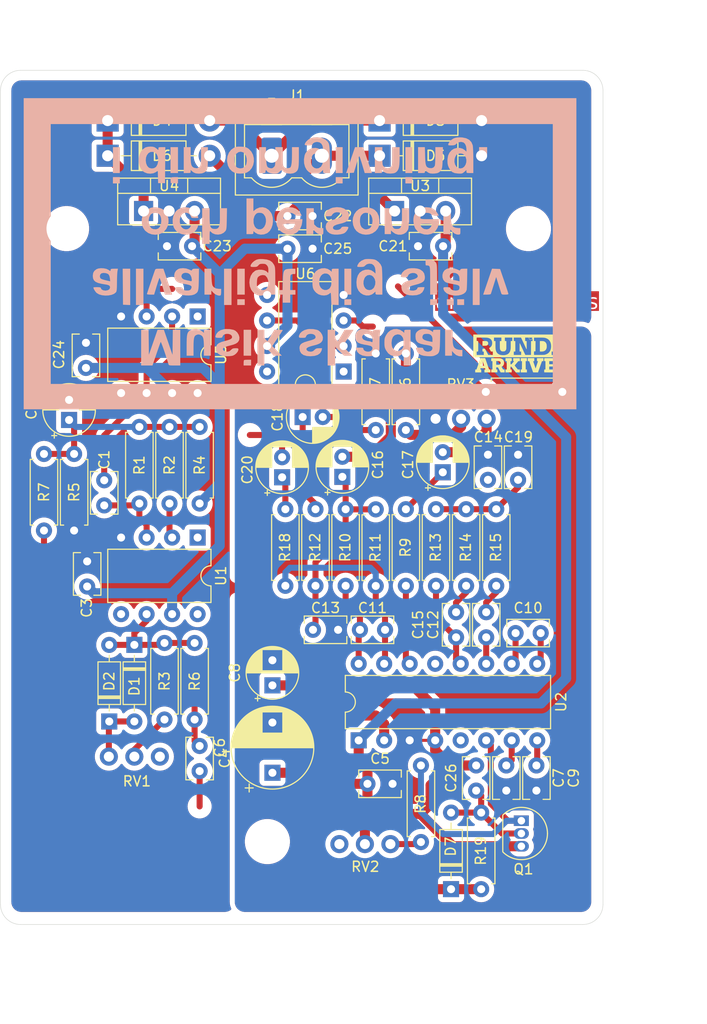
<source format=kicad_pcb>
(kicad_pcb (version 20241229) (generator "pcbnew") (generator_version "9.0")
  (layers (0 "F.Cu" signal) (2 "B.Cu" signal) (13 "F.Paste" user) (15 "B.Paste" user) (5 "F.SilkS" user "F.Silkscreen") (7 "B.SilkS" user "B.Silkscreen") (1 "F.Mask" user) (3 "B.Mask" user) (25 "Edge.Cuts" user))
  (net 0 "")
  (net 1 "Net-(U1-+)")
  (net 2 "/Fuzz/Input")
  (net 3 "Net-(C2-Pad1)")
  (net 4 "GND")
  (net 5 "+9V")
  (net 6 "/Fuzz/Output")
  (net 7 "Net-(C4-Pad2)")
  (net 8 "AGND")
  (net 9 "+5V")
  (net 10 "Net-(U2-CC1)")
  (net 11 "Net-(U2-REF)")
  (net 12 "Net-(U2-CC0)")
  (net 13 "Net-(U2-OP1-OUT)")
  (net 14 "Net-(U2-OP1-IN)")
  (net 15 "Net-(U2-LPF1-OUT)")
  (net 16 "Net-(U2-LPF1-IN)")
  (net 17 "Net-(U2-OP2-IN)")
  (net 18 "Net-(C12-Pad2)")
  (net 19 "Net-(C13-Pad2)")
  (net 20 "Net-(C14-Pad2)")
  (net 21 "Net-(U2-OP2-OUT)")
  (net 22 "Net-(C15-Pad1)")
  (net 23 "Net-(C16-Pad2)")
  (net 24 "Net-(C17-Pad2)")
  (net 25 "Net-(C18-Pad1)")
  (net 26 "/Echo/Input")
  (net 27 "Net-(C19-Pad1)")
  (net 28 "/Echo/Output")
  (net 29 "Net-(C20-Pad1)")
  (net 30 "Net-(D4-K)")
  (net 31 "Net-(D1-K)")
  (net 32 "Net-(D1-A)")
  (net 33 "/Power management/POW+")
  (net 34 "/Power management/POW-")
  (net 35 "Net-(U1--)")
  (net 36 "Net-(R3-Pad2)")
  (net 37 "Net-(R8-Pad1)")
  (net 38 "Net-(D7-A)")
  (net 39 "Net-(U2-LPF2-OUT)")
  (net 40 "Net-(R16-Pad1)")
  (net 50 "/Input buffer 1/Input")
  (net 53 "/Input buffer 2/Input")
  (net 56 "Net-(Q1-C)")
  (footprint "Capacitor_THT:C_Rect_L4.0mm_W2.5mm_P2.50mm" (layer "F.Cu") (at 67.965 80.175001 180)
    (property "Reference" "C11")
    (property "Value" "560pF")
  )
  (footprint "Potentiometer_THT:Potentiometer_Vishay_148-149_Single_Horizontal" (layer "F.Cu") (at 45.54 92.795001 90)
    (property "Reference" "RV1")
    (property "Value" "B50K")
  )
  (footprint "Resistor_THT:R_Axial_DIN0207_L6.3mm_D2.5mm_P7.62mm_Horizontal" (layer "F.Cu") (at 70.04 60.295001 90)
    (property "Reference" "R16")
    (property "Value" "10k")
  )
  (footprint "Capacitor_THT:C_Rect_L4.0mm_W2.5mm_P2.50mm" (layer "F.Cu") (at 73.75 42 180)
    (property "Reference" "C21")
    (property "Value" "330pF")
  )
  (footprint "Resistor_THT:R_Axial_DIN0207_L6.3mm_D2.5mm_P7.62mm_Horizontal" (layer "F.Cu") (at 64.04 75.795001 90)
    (property "Reference" "R10")
    (property "Value" "10k")
  )
  (footprint "Capacitor_THT:C_Rect_L4.0mm_W2.5mm_P2.50mm" (layer "F.Cu") (at 78.04 80.925001 90)
    (property "Reference" "C12")
    (property "Value" "100nF")
  )
  (footprint "Resistor_THT:R_Axial_DIN0207_L6.3mm_D2.5mm_P7.62mm_Horizontal" (layer "F.Cu") (at 67.04 75.810001 90)
    (property "Reference" "R11")
    (property "Value" "10k")
  )
  (footprint "Resistor_THT:R_Axial_DIN0207_L6.3mm_D2.5mm_P7.62mm_Horizontal" (layer "F.Cu") (at 71.54 101.295001 90)
    (property "Reference" "R8")
    (property "Value" "10k")
  )
  (footprint "MountingHole:MountingHole_4mm" (layer "F.Cu") (at 82.25 40.25)
    (property "Reference" "REF**" (hide yes))
    (property "Value" "MountingHole_4mm" (hide yes))
  )
  (footprint "Capacitor_THT:C_Rect_L4.0mm_W2.5mm_P2.50mm" (layer "F.Cu") (at 83.04 93.675001 -90)
    (property "Reference" "C9")
    (property "Value" "100nF")
  )
  (footprint "Capacitor_THT:CP_Radial_D5.0mm_P2.00mm" (layer "F.Cu") (at 36.5 59.295001 90)
    (property "Reference" "C2")
    (property "Value" "10uF")
  )
  (footprint "Diode_THT:D_DO-35_SOD27_P7.62mm_Horizontal" (layer "F.Cu") (at 43 81.675001 -90)
    (property "Reference" "D1")
    (property "Value" "1N4148")
  )
  (footprint "Diode_THT:D_DO-41_SOD81_P10.16mm_Horizontal" (layer "F.Cu") (at 40.34 33)
    (property "Reference" "D6")
    (property "Value" "1N4007")
  )
  (footprint "Connector_Phoenix_MSTB:PhoenixContact_MSTBVA_2,5_2-G_1x02_P5.00mm_Vertical" (layer "F.Cu") (at 56.67 33)
    (property "Reference" "J1")
    (property "Value" "Conn_01x02_Pin" (hide yes))
  )
  (footprint "Package_TO_SOT_THT:TO-92_Inline" (layer "F.Cu") (at 81.54 99.175001 -90)
    (property "Reference" "Q1")
    (property "Value" "BC337")
  )
  (footprint "Capacitor_THT:C_Rect_L4.0mm_W2.5mm_P2.50mm" (layer "F.Cu") (at 63.29 80.175001 180)
    (property "Reference" "C13")
    (property "Value" "330pF")
  )
  (footprint "Diode_THT:D_DO-41_SOD81_P10.16mm_Horizontal" (layer "F.Cu") (at 67.42 33)
    (property "Reference" "D5")
    (property "Value" "1N4007")
  )
  (footprint "Capacitor_THT:C_Rect_L4.0mm_W2.5mm_P2.50mm" (layer "F.Cu") (at 49.5 94.235001 90)
    (property "Reference" "C4")
    (property "Value" "100nF")
  )
  (footprint "Resistor_THT:R_Axial_DIN0207_L6.3mm_D2.5mm_P7.62mm_Horizontal" (layer "F.Cu") (at 77.54 98.365001 -90)
    (property "Reference" "R19")
    (property "Value" "100k")
  )
  (footprint "Capacitor_THT:C_Rect_L4.0mm_W2.5mm_P2.50mm" (layer "F.Cu") (at 38.18 51.615001 -90)
    (property "Reference" "C24")
    (property "Value" "100nF")
  )
  (footprint "Capacitor_THT:C_Rect_L4.0mm_W2.5mm_P2.50mm" (layer "F.Cu") (at 75.04 78.425001 -90)
    (property "Reference" "C15")
    (property "Value" "560pF")
  )
  (footprint "Resistor_THT:R_Axial_DIN0207_L6.3mm_D2.5mm_P7.62mm_Horizontal" (layer "F.Cu") (at 37 70.295001 90)
    (property "Reference" "R5")
    (property "Value" "10k")
  )
  (footprint "Capacitor_THT:C_Rect_L4.0mm_W2.5mm_P2.50mm" (layer "F.Cu") (at 66.215 95.500001)
    (property "Reference" "C5")
    (property "Value" "100nF")
  )
  (footprint "Capacitor_THT:C_Rect_L4.0mm_W2.5mm_P2.50mm" (layer "F.Cu") (at 78.215 62.750001 -90)
    (property "Reference" "C14")
    (property "Value" "100nF")
  )
  (footprint "Capacitor_THT:C_Rect_L4.0mm_W2.5mm_P2.50mm" (layer "F.Cu") (at 80.04 93.675001 -90)
    (property "Reference" "C7")
    (property "Value" "100nF")
  )
  (footprint "MountingHole:MountingHole_4mm" (layer "F.Cu") (at 36.25 40.25)
    (property "Reference" "REF**" (hide yes))
    (property "Value" "MountingHole_4mm" (hide yes))
  )
  (footprint "Package_TO_SOT_THT:TO-220-3_Vertical" (layer "F.Cu") (at 68.92 38.5)
    (property "Reference" "U3")
    (property "Value" "L7805")
  )
  (footprint "Resistor_THT:R_Axial_DIN0207_L6.3mm_D2.5mm_P7.62mm_Horizontal" (layer "F.Cu") (at 49.5 59.985001 -90)
    (property "Reference" "R4")
    (property "Value" "10k")
  )
  (footprint "Diode_THT:D_DO-35_SOD27_P7.62mm_Horizontal" (layer "F.Cu") (at 40.5 89.295001 90)
    (property "Reference" "D2")
    (property "Value" "1N4148")
  )
  (footprint "Capacitor_THT:CP_Radial_D5.0mm_P2.00mm" (layer "F.Cu") (at 73.715 64.500001 90)
    (property "Reference" "C17")
    (property "Value" "10uF")
  )
  (footprint "Capacitor_THT:C_Rect_L4.0mm_W2.5mm_P2.50mm" (layer "F.Cu") (at 83.465 80.500001 180)
    (property "Reference" "C10")
    (property "Value" "100nF")
  )
  (footprint "Diode_THT:D_DO-41_SOD81_P10.16mm_Horizontal" (layer "F.Cu") (at 40.34 29.5)
    (property "Reference" "D4")
    (property "Value" "1N4007")
  )
  (footprint "Capacitor_THT:C_Rect_L4.0mm_W2.5mm_P2.50mm" (layer "F.Cu") (at 48.75 42 180)
    (property "Reference" "C23")
    (property "Value" "330pF")
  )
  (footprint "Resistor_THT:R_Axial_DIN0207_L6.3mm_D2.5mm_P7.62mm_Horizontal" (layer "F.Cu") (at 76.04 75.795001 90)
    (property "Reference" "R14")
    (property "Value" "10k")
  )
  (footprint "Resistor_THT:R_Axial_DIN0207_L6.3mm_D2.5mm_P7.62mm_Horizontal" (layer "F.Cu") (at 79.04 75.795001 90)
    (property "Reference" "R15")
    (property "Value" "10k")
  )
  (footprint "Package_DIP:DIP-8_W7.62mm" (layer "F.Cu") (at 63.84 54.475001 180)
    (property "Reference" "U6")
    (property "Value" "LM741")
  )
  (footprint "Resistor_THT:R_Axial_DIN0207_L6.3mm_D2.5mm_P7.62mm_Horizontal" (layer "F.Cu") (at 67.04 52.675001 -90)
    (property "Reference" "R17")
    (property "Value" "100k")
  )
  (footprint "Resistor_THT:R_Axial_DIN0207_L6.3mm_D2.5mm_P7.62mm_Horizontal" (layer "F.Cu") (at 49 81.485001 -90)
    (property "Reference" "R6")
    (property "Value" "3.3k")
  )
  (footprint "Resistor_THT:R_Axial_DIN0207_L6.3mm_D2.5mm_P7.62mm_Horizontal" (layer "F.Cu") (at 46.5 59.985001 -90)
    (property "Reference" "R2")
    (property "Value" "1.2k")
  )
  (footprint "Package_DIP:DIP-8_W7.62mm" (layer "F.Cu") (at 49.3 48.995001 -90)
    (property "Reference" "U5")
    (property "Value" "LM741")
  )
  (footprint "Resistor_THT:R_Axial_DIN0207_L6.3mm_D2.5mm_P7.62mm_Horizontal" (layer "F.Cu") (at 70.04 75.795001 90)
    (property "Reference" "R9")
    (property "Value" "5.6k")
  )
  (footprint "Resistor_THT:R_Axial_DIN0207_L6.3mm_D2.5mm_P7.62mm_Horizontal" (layer "F.Cu") (at 61.04 75.795001 90)
    (property "Reference" "R12")
    (property "Value" "15k")
  )
  (footprint "Capacitor_THT:C_Rect_L4.0mm_W2.5mm_P2.50mm" (layer "F.Cu") (at 60.75 39 180)
    (property "Reference" "C22")
    (property "Value" "330pF")
  )
  (footprint "Capacitor_THT:CP_Radial_D5.0mm_P2.00mm" (layer "F.Cu") (at 57.715 65.000001 90)
    (property "Reference" "C20")
    (property "Value" "10uF")
  )
  (footprint "Resistor_THT:R_Axial_DIN0207_L6.3mm_D2.5mm_P7.62mm_Horizontal" (layer "F.Cu") (at 58.04 75.795001 90)
    (property "Reference" "R18")
    (property "Value" "4.7k")
  )
  (footprint "MountingHole:MountingHole_4mm" (layer "F.Cu") (at 56.25 101.25)
    (property "Reference" "REF**" (hide yes))
    (property "Value" "MountingHole_4mm" (hide yes))
  )
  (footprint "Capacitor_THT:C_Rect_L4.0mm_W2.5mm_P2.50mm" (layer "F.Cu") (at 81.215 65.250001 90)
    (property "Reference" "C19")
    (property "Value" "10nF")
  )
  (footprint "Package_TO_SOT_THT:TO-220-3_Vertical" (layer "F.Cu") (at 43.92 38.5)
    (property "Reference" "U4")
    (property "Value" "L7809")
  )
  (footprint "Resistor_THT:R_Axial_DIN0207_L6.3mm_D2.5mm_P7.62mm_Horizontal" (layer "F.Cu") (at 46 81.485001 -90)
    (property "Reference" "R3")
    (property "Value" "10k")
  )
  (footprint "Diode_THT:D_DO-35_SOD27_P7.62mm_Horizontal" (layer "F.Cu") (at 74.54 105.985001 90)
    (property "Reference" "D7")
    (property "Value" "1N4148")
  )
  (footprint "Capacitor_THT:CP_Radial_D5.0mm_P2.50mm" (layer "F.Cu") (at 56.75 85.705113 90)
    (property "Reference" "C8")
    (property "Value" "47uF")
  )
  (footprint "LOGO" (layer "F.Cu") (at 81.75 52.75)
    (property "Reference" "G***" (hide yes))
    (property "Value" "LOGO" (hide yes))
  )
  (footprint "Potentiometer_THT:Potentiometer_Vishay_148-149_Single_Horizontal" (layer "F.Cu") (at 78.08 59.175001 90)
    (property "Reference" "RV3")
    (property "Value" "B50K")
  )
  (footprint "Capacitor_THT:C_Rect_L4.0mm_W2.5mm_P2.50mm" (layer "F.Cu") (at 38.3 73.365001 -90)
    (property "Reference" "C3")
    (property "Value" "100nF")
  )
  (footprint "Capacitor_THT:CP_Radial_D8.0mm_P5.00mm" (layer "F.Cu") (at 56.75 94.402651 90)
    (property "Reference" "C6")
    (property "Value" "100uF")
  )
  (footprint "Resistor_THT:R_Axial_DIN0207_L6.3mm_D2.5mm_P7.62mm_Horizontal" (layer "F.Cu") (at 43.5 59.985001 -90)
    (property "Reference" "R1")
    (property "Value" "100k")
  )
  (footprint "Capacitor_THT:C_Rect_L4.0mm_W2.5mm_P2.50mm" (layer "F.Cu") (at 77.04 96.175001 90)
    (property "Reference" "C26")
    (property "Value" "100nF")
  )
  (footprint "Resistor_THT:R_Axial_DIN0207_L6.3mm_D2.5mm_P7.62mm_Horizontal" (layer "F.Cu") (at 34 70.295001 90)
    (property "Reference" "R7")
    (property "Value" "1k")
  )
  (footprint "Resistor_THT:R_Axial_DIN0207_L6.3mm_D2.5mm_P7.62mm_Horizontal" (layer "F.Cu") (at 73.04 75.795001 90)
    (property "Reference" "R13")
    (property "Value" "15k")
  )
  (footprint "Resistor_THT:R_Axial_DIN0207_L6.3mm_D2.5mm_P7.62mm_Horizontal" (layer "F.Cu") (at 85.62 56.5 180)
    (property "Reference" "220")
    (property "Value" "3.3k" (hide yes))
  )
  (footprint "Potentiometer_THT:Potentiometer_Vishay_148-149_Single_Horizontal" (layer "F.Cu") (at 63.42 101.5 -90)
    (property "Reference" "RV2")
    (property "Value" "B20K")
  )
  (footprint "Package_DIP:DIP-16_W7.62mm" (layer "F.Cu") (at 65.34 91.175001 90)
    (property "Reference" "U2")
    (property "Value" "PT2399")
  )
  (footprint "Capacitor_THT:CP_Radial_D5.0mm_P2.00mm" (layer "F.Cu") (at 59.759888 59.000001)
    (property "Reference" "C18")
    (property "Value" "4.7uF")
  )
  (footprint "Package_DIP:DIP-8_W7.62mm" (layer "F.Cu") (at 49.3 70.995001 -90)
    (property "Reference" "U1")
    (property "Value" "LM741")
  )
  (footprint "Capacitor_THT:C_Rect_L4.0mm_W2.5mm_P2.50mm" (layer "F.Cu") (at 40 65.295001 -90)
    (property "Reference" "C1")
    (property "Value" "100nF")
  )
  (footprint "Capacitor_THT:CP_Radial_D5.0mm_P2.00mm" (layer "F.Cu") (at 63.715 64.955113 90)
    (property "Reference" "C16")
    (property "Value" "4.7uF")
  )
  (footprint "Diode_THT:D_DO-41_SOD81_P10.16mm_Horizontal" (layer "F.Cu") (at 67.42 29.5)
    (property "Reference" "D3")
    (property "Value" "1N4007")
  )
  (footprint "Capacitor_THT:C_Rect_L4.0mm_W2.5mm_P2.50mm" (layer "F.Cu") (at 60.75 42.25 180)
    (property "Reference" "C25")
    (property "Value" "100nF")
  )
  (footprint "LOGO" (layer "B.Cu") (at 59.5 42.75)
    (property "Reference" "G***" (hide yes))
    (property "Value" "LOGO" (hide yes))
  )
  (gr_arc (start 29.67 26.5) (mid 30.255786 25.085786) (end 31.67 24.5) (stroke (width 0.05)) (layer "Edge.Cuts"))
  (gr_line (start 29.67 107.5) (end 29.67 26.5) (stroke (width 0.05)) (layer "Edge.Cuts"))
  (gr_arc (start 31.67 109.5) (mid 30.255786 108.914214) (end 29.67 107.5) (stroke (width 0.05)) (layer "Edge.Cuts"))
  (gr_arc (start 87.67 24.5) (mid 89.084214 25.085786) (end 89.67 26.5) (stroke (width 0.05)) (layer "Edge.Cuts"))
  (gr_line (start 31.67 109.5) (end 87.67 109.5) (stroke (width 0.05)) (layer "Edge.Cuts"))
  (gr_line (start 89.67 107.5) (end 89.67 26.5) (stroke (width 0.05)) (layer "Edge.Cuts"))
  (gr_line (start 31.67 24.5) (end 87.67 24.5) (stroke (width 0.05)) (layer "Edge.Cuts"))
  (gr_arc (start 89.67 107.5) (mid 89.084214 108.914214) (end 87.67 109.5) (stroke (width 0.05)) (layer "Edge.Cuts"))
  (gr_text "Fuzzy Fuzzy" (at 71 46 0) (layer "F.Cu" knockout) (effects (font (size 2 2) (thickness 0.1)) (justify left bottom)))
  (gr_text "and the Echoes" (at 73 48.5 0) (layer "F.Cu" knockout) (effects (font (size 1.5 1.5) (thickness 0.1)) (justify left bottom)))
  (gr_text "Rev: 1.0\nDate: 2025-01-21\nEdgar Bogaard\n" (at 32 105.25 0) (layer "F.Cu" knockout) (effects (font (size 1.3 1.3) (thickness 0.2)) (justify left bottom)))
  (segment (start 76.9 55.4) (end 78 56.5) (width 0.6) (layer "F.Cu") (net 0))
  (segment (start 76.9 53.65) (end 76.9 55.4) (width 0.6) (layer "F.Cu") (net 0))
  (segment (start 69.25 46) (end 76.9 53.65) (width 0.6) (layer "F.Cu") (net 0))
  (segment (start 44.22 69.72) (end 44.22 70.995001) (width 0.6) (layer "F.Cu") (net 1))
  (segment (start 43.31 67.795001) (end 43.5 67.605001) (width 0.6) (layer "F.Cu") (net 1))
  (segment (start 43.5 67.605001) (end 43.5 69) (width 0.6) (layer "F.Cu") (net 1))
  (segment (start 40 67.795001) (end 43.31 67.795001) (width 0.6) (layer "F.Cu") (net 1))
  (segment (start 43.5 69) (end 44.22 69.72) (width 0.6) (layer "F.Cu") (net 1))
  (segment (start 44.22 54.075001) (end 44.22 56.615001) (width 0.6) (layer "F.Cu") (net 2))
  (segment (start 46.76 51.535001) (end 44.22 54.075001) (width 0.6) (layer "F.Cu") (net 2))
  (segment (start 40 60.835001) (end 40 65.295001) (width 0.6) (layer "F.Cu") (net 2))
  (segment (start 44.22 56.615001) (end 40 60.835001) (width 0.6) (layer "F.Cu") (net 2))
  (segment (start 46.76 48.995001) (end 46.76 51.535001) (width 0.6) (layer "F.Cu") (net 2))
  (segment (start 37 59.795001) (end 37 62.675001) (width 0.6) (layer "F.Cu") (net 3))
  (segment (start 37 62.675001) (end 34 62.675001) (width 0.6) (layer "F.Cu") (net 3))
  (segment (start 49.5 59.985001) (end 46.5 59.985001) (width 0.6) (layer "F.Cu") (net 3))
  (segment (start 36.5 59.295001) (end 37 59.795001) (width 0.6) (layer "F.Cu") (net 3))
  (segment (start 46.5 59.985001) (end 43.5 59.985001) (width 0.6) (layer "F.Cu") (net 3))
  (segment (start 43.5 59.985001) (end 37.19 59.985001) (width 0.6) (layer "B.Cu") (net 3))
  (segment (start 37.19 59.985001) (end 36.5 59.295001) (width 0.6) (layer "B.Cu") (net 3))
  (segment (start 71 86) (end 64 86) (width 1) (layer "F.Cu") (net 4))
  (segment (start 54 76) (end 44 76) (width 1) (layer "F.Cu") (net 4))
  (segment (start 65.96 101.5) (end 65.96 99.54) (width 1) (layer "F.Cu") (net 4))
  (segment (start 74.46 93.675001) (end 77.04 93.675001) (width 1) (layer "F.Cu") (net 4))
  (segment (start 72.96 87.96) (end 71 86) (width 1) (layer "F.Cu") (net 4))
  (segment (start 64 86) (end 54 76) (width 1) (layer "F.Cu") (net 4))
  (segment (start 72.96 92.175001) (end 74.46 93.675001) (width 1) (layer "F.Cu") (net 4))
  (segment (start 71.5 98.5) (end 74.715001 101.715001) (width 1) (layer "F.Cu") (net 4))
  (segment (start 72.5 95.635001) (end 74.46 93.675001) (width 1) (layer "F.Cu") (net 4))
  (segment (start 72.96 91.175001) (end 72.96 92.175001) (width 1) (layer "F.Cu") (net 4))
  (segment (start 44 76) (end 41.68 73.68) (width 1) (layer "F.Cu") (net 4))
  (segment (start 41.68 73.68) (end 41.68 70.995001) (width 1) (layer "F.Cu") (net 4))
  (segment (start 71.5 98.5) (end 72.5 97.5) (width 1) (layer "F.Cu") (net 4))
  (segment (start 70.42 91.175001) (end 72.96 91.175001) (width 0.3) (layer "F.Cu") (net 4))
  (segment (start 72.5 97.5) (end 72.5 95.635001) (width 1) (layer "F.Cu") (net 4))
  (segment (start 72.96 91.175001) (end 72.96 87.96) (width 1) (layer "F.Cu") (net 4))
  (segment (start 74.715001 101.715001) (end 81.54 101.715001) (width 1) (layer "F.Cu") (net 4))
  (segment (start 67 98.5) (end 71.5 98.5) (width 1) (layer "F.Cu") (net 4))
  (segment (start 65.96 99.54) (end 67 98.5) (width 1) (layer "F.Cu") (net 4))
  (segment (start 49 41.75) (end 48.75 42) (width 1) (layer "F.Cu") (net 5))
  (segment (start 49 38.5) (end 49 41.75) (width 1) (layer "F.Cu") (net 5))
  (segment (start 48.75 42) (end 51.5 44.75) (width 1) (layer "B.Cu") (net 5))
  (segment (start 51.5 57) (end 51.5 65.605001) (width 1) (layer "B.Cu") (net 5))
  (segment (start 46.76 76.535001) (end 46.76 78.615001) (width 1) (layer "B.Cu") (net 5))
  (segment (start 51.5 55.795001) (end 51.5 57) (width 1) (layer "B.Cu") (net 5))
  (segment (start 49.82 54.115001) (end 51.5 55.795001) (width 1) (layer "B.Cu") (net 5))
  (segment (start 51.5 65.605001) (end 49.5 67.605001) (width 1) (layer "B.Cu") (net 5))
  (segment (start 51.5 44.75) (end 51.5 57) (width 1) (layer "B.Cu") (net 5))
  (segment (start 56.22 51.935001) (end 58.25 49.905001) (width 1) (layer "B.Cu") (net 5))
  (segment (start 38.97 76.535001) (end 38.3 75.865001) (width 1) (layer "B.Cu") (net 5))
  (segment (start 44.26 54.115001) (end 46.76 56.615001) (width 1) (layer "B.Cu") (net 5))
  (segment (start 54 42.25) (end 51.5 44.75) (width 1) (layer "B.Cu") (net 5))
  (segment (start 51.5 71.795001) (end 46.76 76.535001) (width 1) (layer "B.Cu") (net 5))
  (segment (start 58.25 42.25) (end 54 42.25) (width 1) (layer "B.Cu") (net 5))
  (segment (start 58.25 49.905001) (end 58.25 42.25) (width 1) (layer "B.Cu") (net 5))
  (segment (start 51.5 65.605001) (end 51.5 71.795001) (width 1) (layer "B.Cu") (net 5))
  (segment (start 44.26 54.115001) (end 49.82 54.115001) (width 1) (layer "B.Cu") (net 5))
  (segment (start 46.76 76.535001) (end 38.97 76.535001) (width 1) (layer "B.Cu") (net 5))
  (segment (start 38.18 54.115001) (end 44.26 54.115001) (width 1) (layer "B.Cu") (net 5))
  (segment (start 49.5 97.75) (end 49.5 94.235001) (width 0.6) (layer "F.Cu") (net 6))
  (segment (start 47.5 85.795001) (end 49 87.295001) (width 0.6) (layer "F.Cu") (net 7))
  (segment (start 34 79.795001) (end 40 85.795001) (width 0.6) (layer "F.Cu") (net 7))
  (segment (start 49 91.235001) (end 49.5 91.735001) (width 0.6) (layer "F.Cu") (net 7))
  (segment (start 49 89.105001) (end 49 91.235001) (width 0.6) (layer "F.Cu") (net 7))
  (segment (start 49 87.295001) (end 49 89.105001) (width 0.6) (layer "F.Cu") (net 7))
  (segment (start 34 70.295001) (end 34 79.795001) (width 0.6) (layer "F.Cu") (net 7))
  (segment (start 40 85.795001) (end 47.5 85.795001) (width 0.6) (layer "F.Cu") (net 7))
  (segment (start 72.485001 105.985001) (end 70.5 104) (width 1) (layer "F.Cu") (net 9))
  (segment (start 70.5 104) (end 62.578629 104) (width 1) (layer "F.Cu") (net 9))
  (segment (start 66.215 93.715) (end 65.34 92.84) (width 1) (layer "F.Cu") (net 9))
  (segment (start 65.34 92.84) (end 65.34 91.175001) (width 1) (layer "F.Cu") (net 9))
  (segment (start 61.5 100.75) (end 62.75 99.5) (width 1) (layer "F.Cu") (net 9))
  (segment (start 62.578629 104) (end 61.5 102.921371) (width 1) (layer "F.Cu") (net 9))
  (segment (start 77.54 105.985001) (end 74.54 105.985001) (width 1) (layer "F.Cu") (net 9))
  (segment (start 66.215 97.535) (end 66.215 95.500001) (width 1) (layer "F.Cu") (net 9))
  (segment (start 64.499999 95.500001) (end 66.215 95.500001) (width 1) (layer "F.Cu") (net 9))
  (segment (start 74.54 105.985001) (end 72.485001 105.985001) (width 1) (layer "F.Cu") (net 9))
  (segment (start 74 41.75) (end 73.75 42) (width 1) (layer "F.Cu") (net 9))
  (segment (start 61.5 102.921371) (end 61.5 100.75) (width 1) (layer "F.Cu") (net 9))
  (segment (start 63.402649 94.402651) (end 64.499999 95.500001) (width 1) (layer "F.Cu") (net 9))
  (segment (start 56.75 94.402651) (end 63.402649 94.402651) (width 1) (layer "F.Cu") (net 9))
  (segment (start 62.75 99.5) (end 64.25 99.5) (width 1) (layer "F.Cu") (net 9))
  (segment (start 66.215 95.500001) (end 66.215 93.715) (width 1) (layer "F.Cu") (net 9))
  (segment (start 64.25 99.5) (end 66.215 97.535) (width 1) (layer "F.Cu") (net 9))
  (segment (start 74 38.5) (end 74 41.75) (width 1) (layer "F.Cu") (net 9))
  (segment (start 81.5 56.5) (end 85.62 56.5) (width 1) (layer "B.Cu") (net 9))
  (segment (start 73.75 48.75) (end 81.5 56.5) (width 1) (layer "B.Cu") (net 9))
  (segment (start 73.75 42) (end 73.75 48.75) (width 1) (layer "B.Cu") (net 9))
  (segment (start 81.5 56.5) (end 86 61) (width 1) (layer "B.Cu") (net 9))
  (segment (start 83.5 87.5) (end 69.015001 87.5) (width 1) (layer "B.Cu") (net 9))
  (segment (start 86 61) (end 86 85) (width 1) (layer "B.Cu") (net 9))
  (segment (start 86 85) (end 83.5 87.5) (width 1) (layer "B.Cu") (net 9))
  (segment (start 69.015001 87.5) (end 65.34 91.175001) (width 1) (layer "B.Cu") (net 9))
  (segment (start 80.58 93.135001) (end 80.04 93.675001) (width 0.6) (layer "F.Cu") (net 10))
  (segment (start 80.58 91.175001) (end 80.58 93.135001) (width 0.6) (layer "F.Cu") (net 10))
  (segment (start 67.88 89.54033) (end 67.88 91.175001) (width 1) (layer "F.Cu") (net 11))
  (segment (start 62.075751 88.705113) (end 67.044783 88.705113) (width 1) (layer "F.Cu") (net 11))
  (segment (start 59.075751 85.705113) (end 62.075751 88.705113) (width 1) (layer "F.Cu") (net 11))
  (segment (start 56.75 85.705113) (end 59.075751 85.705113) (width 1) (layer "F.Cu") (net 11))
  (segment (start 67.044783 88.705113) (end 67.88 89.54033) (width 1) (layer "F.Cu") (net 11))
  (segment (start 83.12 93.595001) (end 83.04 93.675001) (width 0.6) (layer "F.Cu") (net 12))
  (segment (start 83.12 91.175001) (end 83.12 93.595001) (width 0.6) (layer "F.Cu") (net 12))
  (segment (start 83.465 80.500001) (end 83.465 83.210001) (width 0.6) (layer "F.Cu") (net 13))
  (segment (start 83.465 83.210001) (end 83.12 83.555001) (width 0.6) (layer "F.Cu") (net 13))
  (segment (start 80.965 80.500001) (end 80.965 83.170001) (width 0.6) (layer "F.Cu") (net 14))
  (segment (start 80.965 83.170001) (end 80.58 83.555001) (width 0.6) (layer "F.Cu") (net 14))
  (segment (start 67.965 83.470001) (end 67.88 83.555001) (width 0.6) (layer "F.Cu") (net 15))
  (segment (start 67.04 77.54) (end 67.965 78.465) (width 0.6) (layer "F.Cu") (net 15))
  (segment (start 67.04 75.810001) (end 67.04 77.54) (width 0.6) (layer "F.Cu") (net 15))
  (segment (start 67.965 80.175001) (end 67.965 83.470001) (width 0.6) (layer "F.Cu") (net 15))
  (segment (start 67.965 78.465) (end 67.965 80.175001) (width 0.6) (layer "F.Cu") (net 15))
  (segment (start 58.04 74.46) (end 58.5 74) (width 0.6) (layer "B.Cu") (net 15))
  (segment (start 58.5 74) (end 66.5 74) (width 0.6) (layer "B.Cu") (net 15))
  (segment (start 58.04 75.795001) (end 58.04 74.46) (width 0.6) (layer "B.Cu") (net 15))
  (segment (start 66.5 74) (end 67.04 74.54) (width 0.6) (layer "B.Cu") (net 15))
  (segment (start 67.04 74.54) (end 67.04 75.810001) (width 0.6) (layer "B.Cu") (net 15))
  (segment (start 65.465 78.8575) (end 64.04 77.4325) (width 0.6) (layer "F.Cu") (net 16))
  (segment (start 64.04 77.4325) (end 64.04 75.795001) (width 0.6) (layer "F.Cu") (net 16))
  (segment (start 65.465 80.175001) (end 65.465 78.8575) (width 0.6) (layer "F.Cu") (net 16))
  (segment (start 65.34 80.300001) (end 65.465 80.175001) (width 0.6) (layer "F.Cu") (net 16))
  (segment (start 65.34 83.555001) (end 65.34 80.300001) (width 0.6) (layer "F.Cu") (net 16))
  (segment (start 78.04 80.925001) (end 78.04 83.555001) (width 0.6) (layer "F.Cu") (net 17))
  (segment (start 79.04 76.4425) (end 78.04 77.4425) (width 0.6) (layer "F.Cu") (net 18))
  (segment (start 78.04 77.4425) (end 78.04 78.425001) (width 0.6) (layer "F.Cu") (net 18))
  (segment (start 79.04 75.795001) (end 79.04 76.4425) (width 0.6) (layer "F.Cu") (net 18))
  (segment (start 64.04 68.175001) (end 64.54 68.175001) (width 0.6) (layer "F.Cu") (net 19))
  (segment (start 64.04 68.175001) (end 64.04 65.280113) (width 0.6) (layer "F.Cu") (net 19))
  (segment (start 61.04 75.795001) (end 61.04 79.925001) (width 0.6) (layer "F.Cu") (net 19))
  (segment (start 64.54 68.175001) (end 64.555 68.190001) (width 0.6) (layer "F.Cu") (net 19))
  (segment (start 64.04 65.280113) (end 63.715 64.955113) (width 0.6) (layer "F.Cu") (net 19))
  (segment (start 61.04 75.795001) (end 61.04 73.46) (width 0.6) (layer "F.Cu") (net 19))
  (segment (start 64.04 70.46) (end 64.04 68.175001) (width 0.6) (layer "F.Cu") (net 19))
  (segment (start 61.04 73.46) (end 64.04 70.46) (width 0.6) (layer "F.Cu") (net 19))
  (segment (start 61.04 79.925001) (end 60.79 80.175001) (width 0.6) (layer "F.Cu") (net 19))
  (segment (start 64.555 68.190001) (end 67.04 68.190001) (width 0.6) (layer "F.Cu") (net 19))
  (segment (start 70.04 68.175001) (end 73.715 64.500001) (width 0.6) (layer "F.Cu") (net 20))
  (segment (start 73.04 75.795001) (end 73.04 78.925001) (width 0.6) (layer "F.Cu") (net 21))
  (segment (start 75.04 83.095001) (end 75.5 83.555001) (width 0.6) (layer "F.Cu") (net 21))
  (segment (start 73.04 78.925001) (end 75.04 80.925001) (width 0.6) (layer "F.Cu") (net 21))
  (segment (start 75.04 80.925001) (end 75.04 83.095001) (width 0.6) (layer "F.Cu") (net 21))
  (segment (start 75.04 77.46) (end 75.04 78.425001) (width 0.6) (layer "F.Cu") (net 22))
  (segment (start 76.04 76.46) (end 75.04 77.46) (width 0.6) (layer "F.Cu") (net 22))
  (segment (start 76.04 75.795001) (end 76.04 76.46) (width 0.6) (layer "F.Cu") (net 22))
  (segment (start 66.501209 62.955113) (end 68.54 60.916322) (width 1) (layer "F.Cu") (net 23))
  (segment (start 63.715 62.955113) (end 66.501209 62.955113) (width 1) (layer "F.Cu") (net 23))
  (segment (start 68.54 60.916322) (end 68.54 57.46) (width 1) (layer "F.Cu") (net 23))
  (segment (start 68.54 57.46) (end 70.04 55.96) (width 1) (layer "F.Cu") (net 23))
  (segment (start 70.04 55.96) (end 70.04 52.675001) (width 1) (layer "F.Cu") (net 23))
  (segment (start 75.999999 62.500001) (end 73.715 62.500001) (width 1) (layer "F.Cu") (net 24))
  (segment (start 78.08 60.42) (end 75.999999 62.500001) (width 1) (layer "F.Cu") (net 24))
  (segment (start 78.08 59.175001) (end 78.08 60.42) (width 1) (layer "F.Cu") (net 24))
  (segment (start 61.04 67.675001) (end 59.759888 66.394889) (width 0.6) (layer "F.Cu") (net 25))
  (segment (start 61.04 68.175001) (end 61.04 67.675001) (width 0.6) (layer "F.Cu") (net 25))
  (segment (start 59.759888 66.394889) (end 59.759888 59.000001) (width 0.6) (layer "F.Cu") (net 25))
  (segment (start 65.295001 60.295001) (end 67.04 60.295001) (width 0.6) (layer "F.Cu") (net 26))
  (segment (start 61.759888 51.935001) (end 63.84 51.935001) (width 0.6) (layer "F.Cu") (net 26))
  (segment (start 64.000001 59.000001) (end 65.295001 60.295001) (width 0.6) (layer "F.Cu") (net 26))
  (segment (start 56.22 49.395001) (end 59.219888 49.395001) (width 0.6) (layer "F.Cu") (net 26))
  (segment (start 61.759888 59.000001) (end 64.000001 59.000001) (width 0.6) (layer "F.Cu") (net 26))
  (segment (start 59.219888 49.395001) (end 61.759888 51.935001) (width 0.6) (layer "F.Cu") (net 26))
  (segment (start 61.759888 59.000001) (end 61.759888 51.935001) (width 0.6) (layer "F.Cu") (net 26))
  (segment (start 81.215 66.000001) (end 79.04 68.175001) (width 0.6) (layer "F.Cu") (net 27))
  (segment (start 81.215 65.250001) (end 81.215 66.000001) (width 0.6) (layer "F.Cu") (net 27))
  (segment (start 73.04 68.175001) (end 76.04 68.175001) (width 0.6) (layer "F.Cu") (net 27))
  (segment (start 76.04 68.175001) (end 79.04 68.175001) (width 0.6) (layer "F.Cu") (net 27))
  (segment (start 54.5 60.79) (end 57.04 60.79) (width 0.6) (layer "F.Cu") (net 28))
  (segment (start 57.715 61.465) (end 57.715 63.000001) (width 0.6) (layer "F.Cu") (net 28))
  (segment (start 57.04 60.79) (end 57.715 61.465) (width 0.6) (layer "F.Cu") (net 28))
  (segment (start 58.04 68.175001) (end 58.04 65.325001) (width 0.6) (layer "F.Cu") (net 29))
  (segment (start 58.04 65.325001) (end 57.715 65.000001) (width 0.6) (layer "F.Cu") (net 29))
  (segment (start 53 39) (end 58.25 39) (width 1) (layer "F.Cu") (net 30))
  (segment (start 40.34 29.5) (end 40.34 33) (width 1) (layer "F.Cu") (net 30))
  (segment (start 44 36.5) (end 50.5 36.5) (width 1) (layer "F.Cu") (net 30))
  (segment (start 50.5 36.5) (end 53 39) (width 1) (layer "F.Cu") (net 30))
  (segment (start 60.25 37) (end 67.42 37) (width 1) (layer "F.Cu") (net 30))
  (segment (start 40.34 33) (end 43.92 36.58) (width 1) (layer "F.Cu") (net 30))
  (segment (start 67.42 37) (end 68.92 38.5) (width 1) (layer "F.Cu") (net 30))
  (segment (start 43.92 36.58) (end 44 36.5) (width 1) (layer "F.Cu") (net 30))
  (segment (start 43.92 36.58) (end 43.92 38.5) (width 1) (layer "F.Cu") (net 30))
  (segment (start 58.25 39) (end 60.25 37) (width 1) (layer "F.Cu") (net 30))
  (segment (start 44.22 79.28) (end 44.22 78.615001) (width 0.6) (layer "F.Cu") (net 31))
  (segment (start 43 81.675001) (end 45.81 81.675001) (width 0.6) (layer "F.Cu") (net 31))
  (segment (start 45.81 81.675001) (end 46 81.485001) (width 0.6) (layer "F.Cu") (net 31))
  (segment (start 43 80.5) (end 44.22 79.28) (width 0.6) (layer "F.Cu") (net 31))
  (segment (start 43 81.675001) (end 43 80.5) (width 0.6) (layer "F.Cu") (net 31))
  (segment (start 40.5 81.675001) (end 43 81.675001) (width 0.6) (layer "F.Cu") (net 31))
  (segment (start 46 81.485001) (end 49 81.485001) (width 0.6) (layer "F.Cu") (net 31))
  (segment (start 40.5 89.295001) (end 43 89.295001) (width 0.6) (layer "F.Cu") (net 32))
  (segment (start 40.46 89.335001) (end 40.5 89.295001) (width 0.6) (layer "F.Cu") (net 32))
  (segment (start 40.46 92.795001) (end 40.46 89.335001) (width 0.6) (layer "F.Cu") (net 32))
  (segment (start 50.5 29.5) (end 53.17 29.5) (width 1) (layer "F.Cu") (net 33))
  (segment (start 60.17 29.5) (end 67.42 29.5) (width 1) (layer "F.Cu") (net 33))
  (segment (start 56.67 33) (end 60.17 29.5) (width 1) (layer "F.Cu") (net 33))
  (segment (start 53.17 29.5) (end 56.67 33) (width 1) (layer "F.Cu") (net 33))
  (segment (start 58.67 36) (end 53.5 36) (width 1) (layer "F.Cu") (net 34))
  (segment (start 61.67 33) (end 58.67 36) (width 1) (layer "F.Cu") (net 34))
  (segment (start 53.5 36) (end 50.5 33) (width 1) (layer "F.Cu") (net 34))
  (segment (start 61.67 33) (end 67.42 33) (width 1) (layer "F.Cu") (net 34))
  (segment (start 46.5 67.605001) (end 46.5 70.735001) (width 0.6) (layer "F.Cu") (net 35))
  (segment (start 46.5 70.735001) (end 46.76 70.995001) (width 0.6) (layer "F.Cu") (net 35))
  (segment (start 43 92.105001) (end 43 92.795001) (width 0.6) (layer "F.Cu") (net 36))
  (segment (start 46 89.105001) (end 43 92.105001) (width 0.6) (layer "F.Cu") (net 36))
  (segment (start 71.335001 101.5) (end 71.54 101.295001) (width 0.6) (layer "F.Cu") (net 37))
  (segment (start 68.5 101.5) (end 71.335001 101.5) (width 0.6) (layer "F.Cu") (net 37))
  (segment (start 77.54 98.365001) (end 74.54 98.365001) (width 0.6) (layer "F.Cu") (net 38))
  (segment (start 77.54 98.365001) (end 77.54 96.675001) (width 0.6) (layer "F.Cu") (net 38))
  (segment (start 77.54 96.675001) (end 77.04 96.175001) (width 0.6) (layer "F.Cu") (net 38))
  (segment (start 81.54 100.445001) (end 79.62 100.445001) (width 0.6) (layer "F.Cu") (net 38))
  (segment (start 79.62 100.445001) (end 77.54 98.365001) (width 0.6) (layer "F.Cu") (net 38))
  (segment (start 70.04 83.175001) (end 70.42 83.555001) (width 0.6) (layer "F.Cu") (net 39))
  (segment (start 70.04 75.795001) (end 70.04 83.175001) (width 0.6) (layer "F.Cu") (net 39))
  (segment (start 70.52 60.775001) (end 70.04 60.295001) (width 1) (layer "F.Cu") (net 40))
  (segment (start 75.54 59.96) (end 74.724999 60.775001) (width 1) (layer "F.Cu") (net 40))
  (segment (start 75.54 59.175001) (end 75.54 59.96) (width 1) (layer "F.Cu") (net 40))
  (segment (start 74.724999 60.775001) (end 70.52 60.775001) (width 1) (layer "F.Cu") (net 40))
  (segment (start 46.76 46.26) (end 46.75 46.25) (width 0.6) (layer "F.Cu") (net 50))
  (segment (start 44.22 47.28) (end 44.22 48.995001) (width 0.6) (layer "F.Cu") (net 50))
  (segment (start 45.25 46.25) (end 44.22 47.28) (width 0.6) (layer "F.Cu") (net 50))
  (segment (start 46.75 46.25) (end 45.25 46.25) (width 0.6) (layer "F.Cu") (net 50))
  (segment (start 66.75 50) (end 65.75 50) (width 0.6) (layer "F.Cu") (net 53))
  (segment (start 65.75 50) (end 65.145001 49.395001) (width 0.6) (layer "F.Cu") (net 53))
  (segment (start 65.145001 49.395001) (end 63.84 49.395001) (width 0.6) (layer "F.Cu") (net 53))
  (segment (start 78.5 91.635001) (end 78.04 91.175001) (width 0.6) (layer "F.Cu") (net 56))
  (segment (start 80.19 99.175001) (end 78.5 97.485001) (width 0.6) (layer "F.Cu") (net 56))
  (segment (start 78.5 97.485001) (end 78.5 91.635001) (width 0.6) (layer "F.Cu") (net 56))
  (segment (start 81.54 99.175001) (end 80.19 99.175001) (width 0.6) (layer "F.Cu") (net 56))
  (segment (start 78.75 100.5) (end 73.75 100.5) (width 0.6) (layer "B.Cu") (net 56))
  (segment (start 71.54 98.29) (end 71.54 93.675001) (width 0.6) (layer "B.Cu") (net 56))
  (segment (start 81.54 99.175001) (end 80.074999 99.175001) (width 0.6) (layer "B.Cu") (net 56))
  (segment (start 80.074999 99.175001) (end 78.75 100.5) (width 0.6) (layer "B.Cu") (net 56))
  (segment (start 73.75 100.5) (end 71.54 98.29) (width 0.6) (layer "B.Cu") (net 56))
  (zone (net 8) (net_name "AGND") (layers "F.Cu" "B.Cu") (priority 1) (connect_pads yes (clearance 0.5)) (min_thickness 0.25) (fill yes (thermal_gap 0.5) (thermal_bridge_width 0.5) (smoothing fillet) (radius 1))
    (polygon (pts (xy 88.5 50) (xy 88.5 108.25) (xy 53 108.25) (xy 53 56.5) (xy 65 56.5) (xy 65 50)))
  )
  (zone (net 4) (net_name "GND") (layers "F.Cu" "B.Cu") (connect_pads yes (clearance 0.5)) (min_thickness 0.25) (fill yes (thermal_gap 0.5) (thermal_bridge_width 0.5) (smoothing fillet) (radius 1))
    (polygon (pts (xy 88.5 25.5) (xy 88.5 50) (xy 65 50) (xy 65 56.5) (xy 53 56.5) (xy 53 108.25) (xy 30.75 108.25) (xy 30.75 25.5)))
  )
)
</source>
